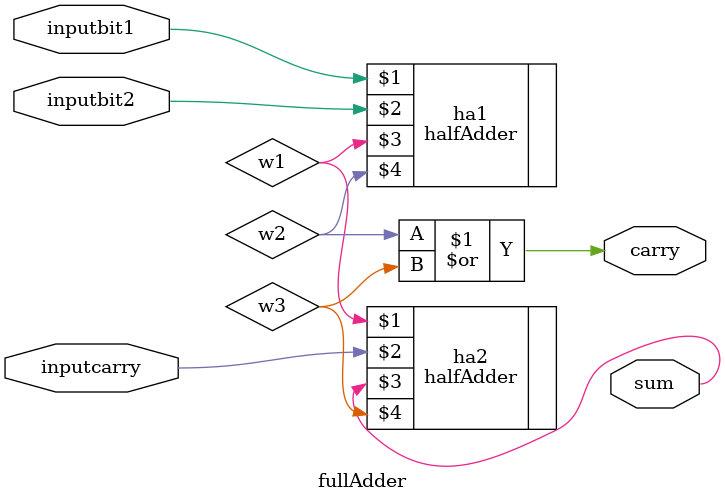
<source format=v>
`include "halfAdder.v"
module fullAdder(
inputbit1,
inputbit2,
inputcarry,
sum,
carry
);
input inputbit1,inputbit2,inputcarry;
output sum,carry;
wire w1,w2,w3;
halfAdder ha1(inputbit1,inputbit2,w1,w2);
halfAdder ha2(w1,inputcarry,sum,w3);
or g1(carry,w2,w3);
endmodule

</source>
